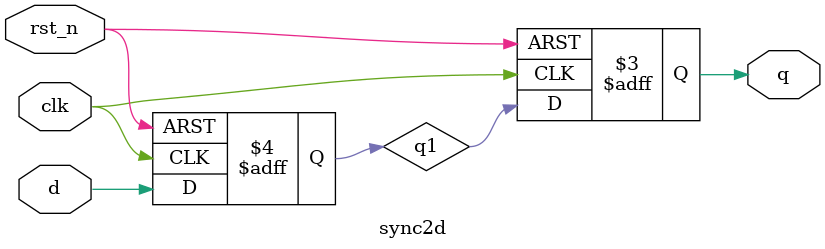
<source format=sv>
module sync2d #(parameter W=1) (
  input  logic clk,
  input  logic rst_n,
  input  logic [W-1:0] d,
  output logic [W-1:0] q
);
  logic [W-1:0] q1;
  always_ff @(posedge clk or negedge rst_n) begin
    if (!rst_n) begin 
      q1 <= '0; 
      q  <= '0; 
    end
    else begin 
      q1 <= d; 
      q  <= q1; 
    end
  end
endmodule

</source>
